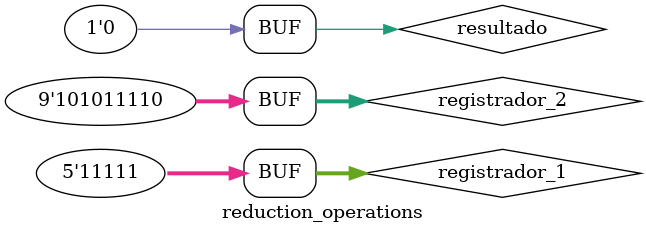
<source format=v>

module reduction_operations();

// registradores
    reg[4:0] registrador_1 = 5'b1_1111;
    reg[8:0] registrador_2 = 9'b1_0101_1110;
    reg resultado;

// procedimentos
// procedimento 1 - verifica continuamente registrador_1, registrador_2 e resultado
    initial begin
        $monitor("\n\t REDUCTION OPERATIONS - Registrador 1 = %b, Registrador 2 = %b, Resultado = %b", registrador_1, registrador_2, resultado);
    end

// procedimento 2 - gerador de estimulos
    initial begin
        resultado    = &registrador_1;  // reducao AND
        #1 resultado = &registrador_2;  // reducao AND
        #1 resultado = ~&registrador_2; // reducao NAND
        #1 resultado = ~&registrador_1; // reducao NAND
        #1 resultado = |registrador_2;  // reducao OR
        #1 resultado = ~|registrador_2; // reducao NOR
        #1 resultado = ^registrador_1;  // reducao XOR
        #1 resultado = ~^registrador_1; // reducao XNOR
    end
    
endmodule
// end of file
</source>
